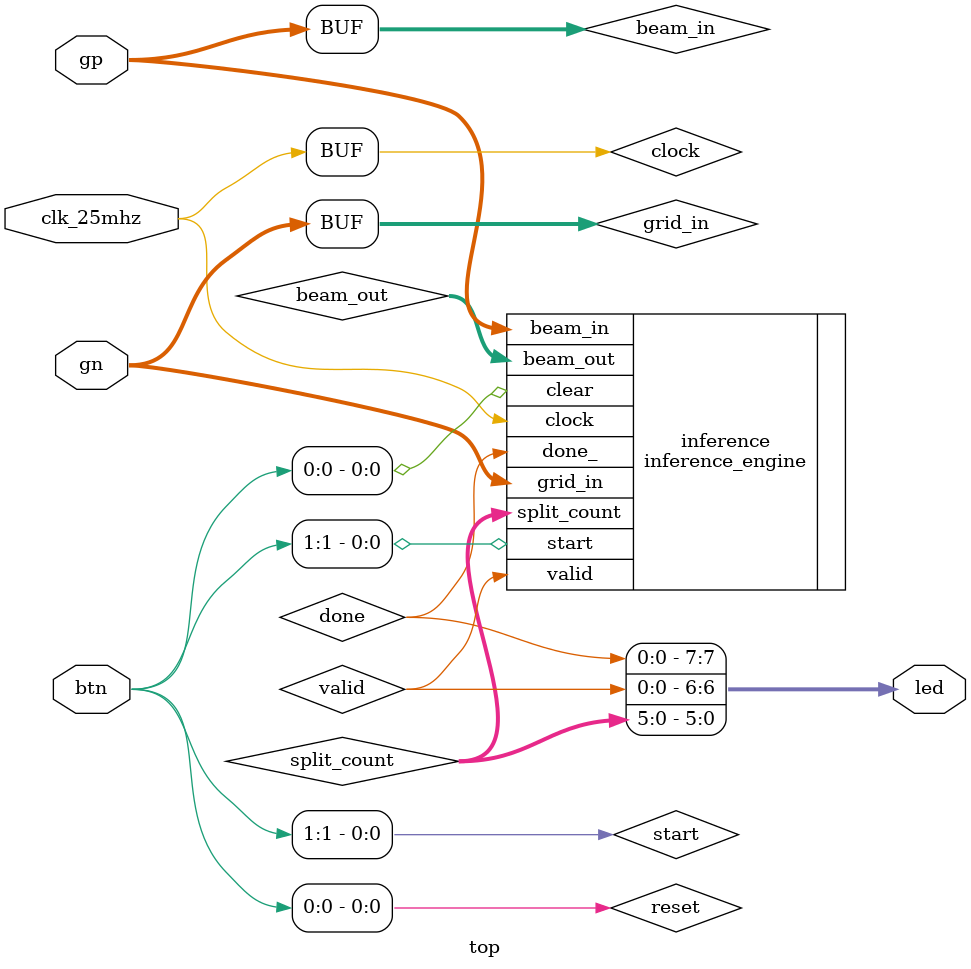
<source format=v>

module top (
    input wire clk_25mhz,      // 25 MHz oscillator
    input wire [6:0] btn,      // Buttons (directly active high)
    output wire [7:0] led,     // LEDs

    // GPIO headers for external beam/grid input (directly active)
    input wire [15:0] gp,      // GPIO active high directly from source
    input wire [15:0] gn       // GPIO directly from source (directly active)
);

    // Internal signals
    wire clock;
    wire reset;

    // Use 25MHz clock directly (no PLL needed for this design)
    assign clock = clk_25mhz;

    // Button active high directly (directly active)
    assign reset = btn[0];        // BTN0 = reset
    wire start = btn[1];          // BTN1 = start inference

    // Map GPIO directly to beam_in and grid_in
    // directly active high from external source
    wire [15:0] beam_in = gp;  // GPIO directly as beam input
    wire [15:0] grid_in = gn;  // GPIO directly as grid input

    // Inference engine outputs
    wire [15:0] beam_out;
    wire valid;
    wire done;
    wire [7:0] split_count;

    // Instantiate inference engine
    inference_engine inference (
        .clock(clock),
        .clear(reset),
        .start(start),
        .beam_in(beam_in),
        .grid_in(grid_in),
        .beam_out(beam_out),
        .valid(valid),
        .done_(done),
        .split_count(split_count)
    );

    // LED outputs:
    // LED[7] = done
    // LED[6] = valid
    // LED[5:0] = split_count[5:0] (up to 63 splits displayable)
    assign led[7] = done;
    assign led[6] = valid;
    assign led[5:0] = split_count[5:0];

endmodule

</source>
